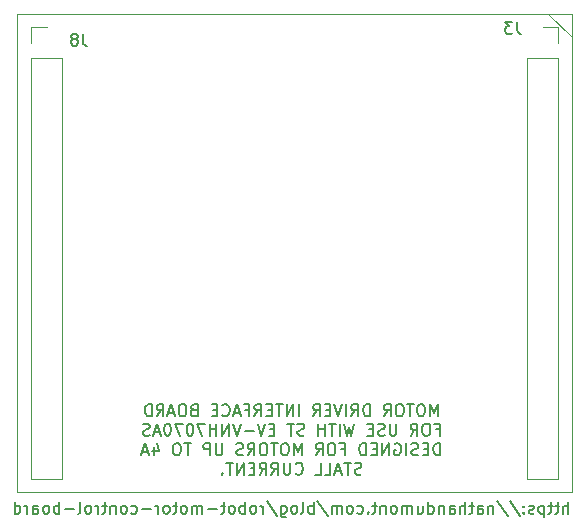
<source format=gbo>
G04 #@! TF.GenerationSoftware,KiCad,Pcbnew,5.1.6-c6e7f7d~87~ubuntu20.04.1*
G04 #@! TF.CreationDate,2020-09-30T23:59:15+01:00*
G04 #@! TF.ProjectId,motor_board,6d6f746f-725f-4626-9f61-72642e6b6963,1.0*
G04 #@! TF.SameCoordinates,PX55d4a80PY5f5e100*
G04 #@! TF.FileFunction,Legend,Bot*
G04 #@! TF.FilePolarity,Positive*
%FSLAX46Y46*%
G04 Gerber Fmt 4.6, Leading zero omitted, Abs format (unit mm)*
G04 Created by KiCad (PCBNEW 5.1.6-c6e7f7d~87~ubuntu20.04.1) date 2020-09-30 23:59:15*
%MOMM*%
%LPD*%
G01*
G04 APERTURE LIST*
%ADD10C,0.150000*%
%ADD11C,0.120000*%
%ADD12O,1.800000X1.800000*%
%ADD13R,1.800000X1.800000*%
%ADD14C,2.100000*%
%ADD15O,2.180000X3.700000*%
%ADD16O,2.290000X1.840000*%
%ADD17C,3.300000*%
G04 APERTURE END LIST*
D10*
X45130952Y15422620D02*
X45130952Y16422620D01*
X44797619Y15708334D01*
X44464285Y16422620D01*
X44464285Y15422620D01*
X43797619Y16422620D02*
X43607142Y16422620D01*
X43511904Y16375000D01*
X43416666Y16279762D01*
X43369047Y16089286D01*
X43369047Y15755953D01*
X43416666Y15565477D01*
X43511904Y15470239D01*
X43607142Y15422620D01*
X43797619Y15422620D01*
X43892857Y15470239D01*
X43988095Y15565477D01*
X44035714Y15755953D01*
X44035714Y16089286D01*
X43988095Y16279762D01*
X43892857Y16375000D01*
X43797619Y16422620D01*
X43083333Y16422620D02*
X42511904Y16422620D01*
X42797619Y15422620D02*
X42797619Y16422620D01*
X41988095Y16422620D02*
X41797619Y16422620D01*
X41702380Y16375000D01*
X41607142Y16279762D01*
X41559523Y16089286D01*
X41559523Y15755953D01*
X41607142Y15565477D01*
X41702380Y15470239D01*
X41797619Y15422620D01*
X41988095Y15422620D01*
X42083333Y15470239D01*
X42178571Y15565477D01*
X42226190Y15755953D01*
X42226190Y16089286D01*
X42178571Y16279762D01*
X42083333Y16375000D01*
X41988095Y16422620D01*
X40559523Y15422620D02*
X40892857Y15898810D01*
X41130952Y15422620D02*
X41130952Y16422620D01*
X40750000Y16422620D01*
X40654761Y16375000D01*
X40607142Y16327381D01*
X40559523Y16232143D01*
X40559523Y16089286D01*
X40607142Y15994048D01*
X40654761Y15946429D01*
X40750000Y15898810D01*
X41130952Y15898810D01*
X39369047Y15422620D02*
X39369047Y16422620D01*
X39130952Y16422620D01*
X38988095Y16375000D01*
X38892857Y16279762D01*
X38845238Y16184524D01*
X38797619Y15994048D01*
X38797619Y15851191D01*
X38845238Y15660715D01*
X38892857Y15565477D01*
X38988095Y15470239D01*
X39130952Y15422620D01*
X39369047Y15422620D01*
X37797619Y15422620D02*
X38130952Y15898810D01*
X38369047Y15422620D02*
X38369047Y16422620D01*
X37988095Y16422620D01*
X37892857Y16375000D01*
X37845238Y16327381D01*
X37797619Y16232143D01*
X37797619Y16089286D01*
X37845238Y15994048D01*
X37892857Y15946429D01*
X37988095Y15898810D01*
X38369047Y15898810D01*
X37369047Y15422620D02*
X37369047Y16422620D01*
X37035714Y16422620D02*
X36702380Y15422620D01*
X36369047Y16422620D01*
X36035714Y15946429D02*
X35702380Y15946429D01*
X35559523Y15422620D02*
X36035714Y15422620D01*
X36035714Y16422620D01*
X35559523Y16422620D01*
X34559523Y15422620D02*
X34892857Y15898810D01*
X35130952Y15422620D02*
X35130952Y16422620D01*
X34750000Y16422620D01*
X34654761Y16375000D01*
X34607142Y16327381D01*
X34559523Y16232143D01*
X34559523Y16089286D01*
X34607142Y15994048D01*
X34654761Y15946429D01*
X34750000Y15898810D01*
X35130952Y15898810D01*
X33369047Y15422620D02*
X33369047Y16422620D01*
X32892857Y15422620D02*
X32892857Y16422620D01*
X32321428Y15422620D01*
X32321428Y16422620D01*
X31988095Y16422620D02*
X31416666Y16422620D01*
X31702380Y15422620D02*
X31702380Y16422620D01*
X31083333Y15946429D02*
X30750000Y15946429D01*
X30607142Y15422620D02*
X31083333Y15422620D01*
X31083333Y16422620D01*
X30607142Y16422620D01*
X29607142Y15422620D02*
X29940476Y15898810D01*
X30178571Y15422620D02*
X30178571Y16422620D01*
X29797619Y16422620D01*
X29702380Y16375000D01*
X29654761Y16327381D01*
X29607142Y16232143D01*
X29607142Y16089286D01*
X29654761Y15994048D01*
X29702380Y15946429D01*
X29797619Y15898810D01*
X30178571Y15898810D01*
X28845238Y15946429D02*
X29178571Y15946429D01*
X29178571Y15422620D02*
X29178571Y16422620D01*
X28702380Y16422620D01*
X28369047Y15708334D02*
X27892857Y15708334D01*
X28464285Y15422620D02*
X28130952Y16422620D01*
X27797619Y15422620D01*
X26892857Y15517858D02*
X26940476Y15470239D01*
X27083333Y15422620D01*
X27178571Y15422620D01*
X27321428Y15470239D01*
X27416666Y15565477D01*
X27464285Y15660715D01*
X27511904Y15851191D01*
X27511904Y15994048D01*
X27464285Y16184524D01*
X27416666Y16279762D01*
X27321428Y16375000D01*
X27178571Y16422620D01*
X27083333Y16422620D01*
X26940476Y16375000D01*
X26892857Y16327381D01*
X26464285Y15946429D02*
X26130952Y15946429D01*
X25988095Y15422620D02*
X26464285Y15422620D01*
X26464285Y16422620D01*
X25988095Y16422620D01*
X24464285Y15946429D02*
X24321428Y15898810D01*
X24273809Y15851191D01*
X24226190Y15755953D01*
X24226190Y15613096D01*
X24273809Y15517858D01*
X24321428Y15470239D01*
X24416666Y15422620D01*
X24797619Y15422620D01*
X24797619Y16422620D01*
X24464285Y16422620D01*
X24369047Y16375000D01*
X24321428Y16327381D01*
X24273809Y16232143D01*
X24273809Y16136905D01*
X24321428Y16041667D01*
X24369047Y15994048D01*
X24464285Y15946429D01*
X24797619Y15946429D01*
X23607142Y16422620D02*
X23416666Y16422620D01*
X23321428Y16375000D01*
X23226190Y16279762D01*
X23178571Y16089286D01*
X23178571Y15755953D01*
X23226190Y15565477D01*
X23321428Y15470239D01*
X23416666Y15422620D01*
X23607142Y15422620D01*
X23702380Y15470239D01*
X23797619Y15565477D01*
X23845238Y15755953D01*
X23845238Y16089286D01*
X23797619Y16279762D01*
X23702380Y16375000D01*
X23607142Y16422620D01*
X22797619Y15708334D02*
X22321428Y15708334D01*
X22892857Y15422620D02*
X22559523Y16422620D01*
X22226190Y15422620D01*
X21321428Y15422620D02*
X21654761Y15898810D01*
X21892857Y15422620D02*
X21892857Y16422620D01*
X21511904Y16422620D01*
X21416666Y16375000D01*
X21369047Y16327381D01*
X21321428Y16232143D01*
X21321428Y16089286D01*
X21369047Y15994048D01*
X21416666Y15946429D01*
X21511904Y15898810D01*
X21892857Y15898810D01*
X20892857Y15422620D02*
X20892857Y16422620D01*
X20654761Y16422620D01*
X20511904Y16375000D01*
X20416666Y16279762D01*
X20369047Y16184524D01*
X20321428Y15994048D01*
X20321428Y15851191D01*
X20369047Y15660715D01*
X20416666Y15565477D01*
X20511904Y15470239D01*
X20654761Y15422620D01*
X20892857Y15422620D01*
X44964285Y14296429D02*
X45297619Y14296429D01*
X45297619Y13772620D02*
X45297619Y14772620D01*
X44821428Y14772620D01*
X44250000Y14772620D02*
X44059523Y14772620D01*
X43964285Y14725000D01*
X43869047Y14629762D01*
X43821428Y14439286D01*
X43821428Y14105953D01*
X43869047Y13915477D01*
X43964285Y13820239D01*
X44059523Y13772620D01*
X44250000Y13772620D01*
X44345238Y13820239D01*
X44440476Y13915477D01*
X44488095Y14105953D01*
X44488095Y14439286D01*
X44440476Y14629762D01*
X44345238Y14725000D01*
X44250000Y14772620D01*
X42821428Y13772620D02*
X43154761Y14248810D01*
X43392857Y13772620D02*
X43392857Y14772620D01*
X43011904Y14772620D01*
X42916666Y14725000D01*
X42869047Y14677381D01*
X42821428Y14582143D01*
X42821428Y14439286D01*
X42869047Y14344048D01*
X42916666Y14296429D01*
X43011904Y14248810D01*
X43392857Y14248810D01*
X41630952Y14772620D02*
X41630952Y13963096D01*
X41583333Y13867858D01*
X41535714Y13820239D01*
X41440476Y13772620D01*
X41250000Y13772620D01*
X41154761Y13820239D01*
X41107142Y13867858D01*
X41059523Y13963096D01*
X41059523Y14772620D01*
X40630952Y13820239D02*
X40488095Y13772620D01*
X40250000Y13772620D01*
X40154761Y13820239D01*
X40107142Y13867858D01*
X40059523Y13963096D01*
X40059523Y14058334D01*
X40107142Y14153572D01*
X40154761Y14201191D01*
X40250000Y14248810D01*
X40440476Y14296429D01*
X40535714Y14344048D01*
X40583333Y14391667D01*
X40630952Y14486905D01*
X40630952Y14582143D01*
X40583333Y14677381D01*
X40535714Y14725000D01*
X40440476Y14772620D01*
X40202380Y14772620D01*
X40059523Y14725000D01*
X39630952Y14296429D02*
X39297619Y14296429D01*
X39154761Y13772620D02*
X39630952Y13772620D01*
X39630952Y14772620D01*
X39154761Y14772620D01*
X38059523Y14772620D02*
X37821428Y13772620D01*
X37630952Y14486905D01*
X37440476Y13772620D01*
X37202380Y14772620D01*
X36821428Y13772620D02*
X36821428Y14772620D01*
X36488095Y14772620D02*
X35916666Y14772620D01*
X36202380Y13772620D02*
X36202380Y14772620D01*
X35583333Y13772620D02*
X35583333Y14772620D01*
X35583333Y14296429D02*
X35011904Y14296429D01*
X35011904Y13772620D02*
X35011904Y14772620D01*
X33821428Y13820239D02*
X33678571Y13772620D01*
X33440476Y13772620D01*
X33345238Y13820239D01*
X33297619Y13867858D01*
X33250000Y13963096D01*
X33250000Y14058334D01*
X33297619Y14153572D01*
X33345238Y14201191D01*
X33440476Y14248810D01*
X33630952Y14296429D01*
X33726190Y14344048D01*
X33773809Y14391667D01*
X33821428Y14486905D01*
X33821428Y14582143D01*
X33773809Y14677381D01*
X33726190Y14725000D01*
X33630952Y14772620D01*
X33392857Y14772620D01*
X33250000Y14725000D01*
X32964285Y14772620D02*
X32392857Y14772620D01*
X32678571Y13772620D02*
X32678571Y14772620D01*
X31297619Y14296429D02*
X30964285Y14296429D01*
X30821428Y13772620D02*
X31297619Y13772620D01*
X31297619Y14772620D01*
X30821428Y14772620D01*
X30535714Y14772620D02*
X30202380Y13772620D01*
X29869047Y14772620D01*
X29535714Y14153572D02*
X28773809Y14153572D01*
X28440476Y14772620D02*
X28107142Y13772620D01*
X27773809Y14772620D01*
X27440476Y13772620D02*
X27440476Y14772620D01*
X26869047Y13772620D01*
X26869047Y14772620D01*
X26392857Y13772620D02*
X26392857Y14772620D01*
X26392857Y14296429D02*
X25821428Y14296429D01*
X25821428Y13772620D02*
X25821428Y14772620D01*
X25440476Y14772620D02*
X24773809Y14772620D01*
X25202380Y13772620D01*
X24202380Y14772620D02*
X24107142Y14772620D01*
X24011904Y14725000D01*
X23964285Y14677381D01*
X23916666Y14582143D01*
X23869047Y14391667D01*
X23869047Y14153572D01*
X23916666Y13963096D01*
X23964285Y13867858D01*
X24011904Y13820239D01*
X24107142Y13772620D01*
X24202380Y13772620D01*
X24297619Y13820239D01*
X24345238Y13867858D01*
X24392857Y13963096D01*
X24440476Y14153572D01*
X24440476Y14391667D01*
X24392857Y14582143D01*
X24345238Y14677381D01*
X24297619Y14725000D01*
X24202380Y14772620D01*
X23535714Y14772620D02*
X22869047Y14772620D01*
X23297619Y13772620D01*
X22297619Y14772620D02*
X22202380Y14772620D01*
X22107142Y14725000D01*
X22059523Y14677381D01*
X22011904Y14582143D01*
X21964285Y14391667D01*
X21964285Y14153572D01*
X22011904Y13963096D01*
X22059523Y13867858D01*
X22107142Y13820239D01*
X22202380Y13772620D01*
X22297619Y13772620D01*
X22392857Y13820239D01*
X22440476Y13867858D01*
X22488095Y13963096D01*
X22535714Y14153572D01*
X22535714Y14391667D01*
X22488095Y14582143D01*
X22440476Y14677381D01*
X22392857Y14725000D01*
X22297619Y14772620D01*
X21583333Y14058334D02*
X21107142Y14058334D01*
X21678571Y13772620D02*
X21345238Y14772620D01*
X21011904Y13772620D01*
X20726190Y13820239D02*
X20583333Y13772620D01*
X20345238Y13772620D01*
X20250000Y13820239D01*
X20202380Y13867858D01*
X20154761Y13963096D01*
X20154761Y14058334D01*
X20202380Y14153572D01*
X20250000Y14201191D01*
X20345238Y14248810D01*
X20535714Y14296429D01*
X20630952Y14344048D01*
X20678571Y14391667D01*
X20726190Y14486905D01*
X20726190Y14582143D01*
X20678571Y14677381D01*
X20630952Y14725000D01*
X20535714Y14772620D01*
X20297619Y14772620D01*
X20154761Y14725000D01*
X45321428Y12122620D02*
X45321428Y13122620D01*
X45083333Y13122620D01*
X44940476Y13075000D01*
X44845238Y12979762D01*
X44797619Y12884524D01*
X44750000Y12694048D01*
X44750000Y12551191D01*
X44797619Y12360715D01*
X44845238Y12265477D01*
X44940476Y12170239D01*
X45083333Y12122620D01*
X45321428Y12122620D01*
X44321428Y12646429D02*
X43988095Y12646429D01*
X43845238Y12122620D02*
X44321428Y12122620D01*
X44321428Y13122620D01*
X43845238Y13122620D01*
X43464285Y12170239D02*
X43321428Y12122620D01*
X43083333Y12122620D01*
X42988095Y12170239D01*
X42940476Y12217858D01*
X42892857Y12313096D01*
X42892857Y12408334D01*
X42940476Y12503572D01*
X42988095Y12551191D01*
X43083333Y12598810D01*
X43273809Y12646429D01*
X43369047Y12694048D01*
X43416666Y12741667D01*
X43464285Y12836905D01*
X43464285Y12932143D01*
X43416666Y13027381D01*
X43369047Y13075000D01*
X43273809Y13122620D01*
X43035714Y13122620D01*
X42892857Y13075000D01*
X42464285Y12122620D02*
X42464285Y13122620D01*
X41464285Y13075000D02*
X41559523Y13122620D01*
X41702380Y13122620D01*
X41845238Y13075000D01*
X41940476Y12979762D01*
X41988095Y12884524D01*
X42035714Y12694048D01*
X42035714Y12551191D01*
X41988095Y12360715D01*
X41940476Y12265477D01*
X41845238Y12170239D01*
X41702380Y12122620D01*
X41607142Y12122620D01*
X41464285Y12170239D01*
X41416666Y12217858D01*
X41416666Y12551191D01*
X41607142Y12551191D01*
X40988095Y12122620D02*
X40988095Y13122620D01*
X40416666Y12122620D01*
X40416666Y13122620D01*
X39940476Y12646429D02*
X39607142Y12646429D01*
X39464285Y12122620D02*
X39940476Y12122620D01*
X39940476Y13122620D01*
X39464285Y13122620D01*
X39035714Y12122620D02*
X39035714Y13122620D01*
X38797619Y13122620D01*
X38654761Y13075000D01*
X38559523Y12979762D01*
X38511904Y12884524D01*
X38464285Y12694048D01*
X38464285Y12551191D01*
X38511904Y12360715D01*
X38559523Y12265477D01*
X38654761Y12170239D01*
X38797619Y12122620D01*
X39035714Y12122620D01*
X36940476Y12646429D02*
X37273809Y12646429D01*
X37273809Y12122620D02*
X37273809Y13122620D01*
X36797619Y13122620D01*
X36226190Y13122620D02*
X36035714Y13122620D01*
X35940476Y13075000D01*
X35845238Y12979762D01*
X35797619Y12789286D01*
X35797619Y12455953D01*
X35845238Y12265477D01*
X35940476Y12170239D01*
X36035714Y12122620D01*
X36226190Y12122620D01*
X36321428Y12170239D01*
X36416666Y12265477D01*
X36464285Y12455953D01*
X36464285Y12789286D01*
X36416666Y12979762D01*
X36321428Y13075000D01*
X36226190Y13122620D01*
X34797619Y12122620D02*
X35130952Y12598810D01*
X35369047Y12122620D02*
X35369047Y13122620D01*
X34988095Y13122620D01*
X34892857Y13075000D01*
X34845238Y13027381D01*
X34797619Y12932143D01*
X34797619Y12789286D01*
X34845238Y12694048D01*
X34892857Y12646429D01*
X34988095Y12598810D01*
X35369047Y12598810D01*
X33607142Y12122620D02*
X33607142Y13122620D01*
X33273809Y12408334D01*
X32940476Y13122620D01*
X32940476Y12122620D01*
X32273809Y13122620D02*
X32083333Y13122620D01*
X31988095Y13075000D01*
X31892857Y12979762D01*
X31845238Y12789286D01*
X31845238Y12455953D01*
X31892857Y12265477D01*
X31988095Y12170239D01*
X32083333Y12122620D01*
X32273809Y12122620D01*
X32369047Y12170239D01*
X32464285Y12265477D01*
X32511904Y12455953D01*
X32511904Y12789286D01*
X32464285Y12979762D01*
X32369047Y13075000D01*
X32273809Y13122620D01*
X31559523Y13122620D02*
X30988095Y13122620D01*
X31273809Y12122620D02*
X31273809Y13122620D01*
X30464285Y13122620D02*
X30273809Y13122620D01*
X30178571Y13075000D01*
X30083333Y12979762D01*
X30035714Y12789286D01*
X30035714Y12455953D01*
X30083333Y12265477D01*
X30178571Y12170239D01*
X30273809Y12122620D01*
X30464285Y12122620D01*
X30559523Y12170239D01*
X30654761Y12265477D01*
X30702380Y12455953D01*
X30702380Y12789286D01*
X30654761Y12979762D01*
X30559523Y13075000D01*
X30464285Y13122620D01*
X29035714Y12122620D02*
X29369047Y12598810D01*
X29607142Y12122620D02*
X29607142Y13122620D01*
X29226190Y13122620D01*
X29130952Y13075000D01*
X29083333Y13027381D01*
X29035714Y12932143D01*
X29035714Y12789286D01*
X29083333Y12694048D01*
X29130952Y12646429D01*
X29226190Y12598810D01*
X29607142Y12598810D01*
X28654761Y12170239D02*
X28511904Y12122620D01*
X28273809Y12122620D01*
X28178571Y12170239D01*
X28130952Y12217858D01*
X28083333Y12313096D01*
X28083333Y12408334D01*
X28130952Y12503572D01*
X28178571Y12551191D01*
X28273809Y12598810D01*
X28464285Y12646429D01*
X28559523Y12694048D01*
X28607142Y12741667D01*
X28654761Y12836905D01*
X28654761Y12932143D01*
X28607142Y13027381D01*
X28559523Y13075000D01*
X28464285Y13122620D01*
X28226190Y13122620D01*
X28083333Y13075000D01*
X26892857Y13122620D02*
X26892857Y12313096D01*
X26845238Y12217858D01*
X26797619Y12170239D01*
X26702380Y12122620D01*
X26511904Y12122620D01*
X26416666Y12170239D01*
X26369047Y12217858D01*
X26321428Y12313096D01*
X26321428Y13122620D01*
X25845238Y12122620D02*
X25845238Y13122620D01*
X25464285Y13122620D01*
X25369047Y13075000D01*
X25321428Y13027381D01*
X25273809Y12932143D01*
X25273809Y12789286D01*
X25321428Y12694048D01*
X25369047Y12646429D01*
X25464285Y12598810D01*
X25845238Y12598810D01*
X24226190Y13122620D02*
X23654761Y13122620D01*
X23940476Y12122620D02*
X23940476Y13122620D01*
X23130952Y13122620D02*
X22940476Y13122620D01*
X22845238Y13075000D01*
X22750000Y12979762D01*
X22702380Y12789286D01*
X22702380Y12455953D01*
X22750000Y12265477D01*
X22845238Y12170239D01*
X22940476Y12122620D01*
X23130952Y12122620D01*
X23226190Y12170239D01*
X23321428Y12265477D01*
X23369047Y12455953D01*
X23369047Y12789286D01*
X23321428Y12979762D01*
X23226190Y13075000D01*
X23130952Y13122620D01*
X21083333Y12789286D02*
X21083333Y12122620D01*
X21321428Y13170239D02*
X21559523Y12455953D01*
X20940476Y12455953D01*
X20607142Y12408334D02*
X20130952Y12408334D01*
X20702380Y12122620D02*
X20369047Y13122620D01*
X20035714Y12122620D01*
X38654761Y10520239D02*
X38511904Y10472620D01*
X38273809Y10472620D01*
X38178571Y10520239D01*
X38130952Y10567858D01*
X38083333Y10663096D01*
X38083333Y10758334D01*
X38130952Y10853572D01*
X38178571Y10901191D01*
X38273809Y10948810D01*
X38464285Y10996429D01*
X38559523Y11044048D01*
X38607142Y11091667D01*
X38654761Y11186905D01*
X38654761Y11282143D01*
X38607142Y11377381D01*
X38559523Y11425000D01*
X38464285Y11472620D01*
X38226190Y11472620D01*
X38083333Y11425000D01*
X37797619Y11472620D02*
X37226190Y11472620D01*
X37511904Y10472620D02*
X37511904Y11472620D01*
X36940476Y10758334D02*
X36464285Y10758334D01*
X37035714Y10472620D02*
X36702380Y11472620D01*
X36369047Y10472620D01*
X35559523Y10472620D02*
X36035714Y10472620D01*
X36035714Y11472620D01*
X34750000Y10472620D02*
X35226190Y10472620D01*
X35226190Y11472620D01*
X33083333Y10567858D02*
X33130952Y10520239D01*
X33273809Y10472620D01*
X33369047Y10472620D01*
X33511904Y10520239D01*
X33607142Y10615477D01*
X33654761Y10710715D01*
X33702380Y10901191D01*
X33702380Y11044048D01*
X33654761Y11234524D01*
X33607142Y11329762D01*
X33511904Y11425000D01*
X33369047Y11472620D01*
X33273809Y11472620D01*
X33130952Y11425000D01*
X33083333Y11377381D01*
X32654761Y11472620D02*
X32654761Y10663096D01*
X32607142Y10567858D01*
X32559523Y10520239D01*
X32464285Y10472620D01*
X32273809Y10472620D01*
X32178571Y10520239D01*
X32130952Y10567858D01*
X32083333Y10663096D01*
X32083333Y11472620D01*
X31035714Y10472620D02*
X31369047Y10948810D01*
X31607142Y10472620D02*
X31607142Y11472620D01*
X31226190Y11472620D01*
X31130952Y11425000D01*
X31083333Y11377381D01*
X31035714Y11282143D01*
X31035714Y11139286D01*
X31083333Y11044048D01*
X31130952Y10996429D01*
X31226190Y10948810D01*
X31607142Y10948810D01*
X30035714Y10472620D02*
X30369047Y10948810D01*
X30607142Y10472620D02*
X30607142Y11472620D01*
X30226190Y11472620D01*
X30130952Y11425000D01*
X30083333Y11377381D01*
X30035714Y11282143D01*
X30035714Y11139286D01*
X30083333Y11044048D01*
X30130952Y10996429D01*
X30226190Y10948810D01*
X30607142Y10948810D01*
X29607142Y10996429D02*
X29273809Y10996429D01*
X29130952Y10472620D02*
X29607142Y10472620D01*
X29607142Y11472620D01*
X29130952Y11472620D01*
X28702380Y10472620D02*
X28702380Y11472620D01*
X28130952Y10472620D01*
X28130952Y11472620D01*
X27797619Y11472620D02*
X27226190Y11472620D01*
X27511904Y10472620D02*
X27511904Y11472620D01*
X26892857Y10567858D02*
X26845238Y10520239D01*
X26892857Y10472620D01*
X26940476Y10520239D01*
X26892857Y10567858D01*
X26892857Y10472620D01*
X56178571Y7172620D02*
X56178571Y8172620D01*
X55750000Y7172620D02*
X55750000Y7696429D01*
X55797619Y7791667D01*
X55892857Y7839286D01*
X56035714Y7839286D01*
X56130952Y7791667D01*
X56178571Y7744048D01*
X55416666Y7839286D02*
X55035714Y7839286D01*
X55273809Y8172620D02*
X55273809Y7315477D01*
X55226190Y7220239D01*
X55130952Y7172620D01*
X55035714Y7172620D01*
X54845238Y7839286D02*
X54464285Y7839286D01*
X54702380Y8172620D02*
X54702380Y7315477D01*
X54654761Y7220239D01*
X54559523Y7172620D01*
X54464285Y7172620D01*
X54130952Y7839286D02*
X54130952Y6839286D01*
X54130952Y7791667D02*
X54035714Y7839286D01*
X53845238Y7839286D01*
X53750000Y7791667D01*
X53702380Y7744048D01*
X53654761Y7648810D01*
X53654761Y7363096D01*
X53702380Y7267858D01*
X53750000Y7220239D01*
X53845238Y7172620D01*
X54035714Y7172620D01*
X54130952Y7220239D01*
X53273809Y7220239D02*
X53178571Y7172620D01*
X52988095Y7172620D01*
X52892857Y7220239D01*
X52845238Y7315477D01*
X52845238Y7363096D01*
X52892857Y7458334D01*
X52988095Y7505953D01*
X53130952Y7505953D01*
X53226190Y7553572D01*
X53273809Y7648810D01*
X53273809Y7696429D01*
X53226190Y7791667D01*
X53130952Y7839286D01*
X52988095Y7839286D01*
X52892857Y7791667D01*
X52416666Y7267858D02*
X52369047Y7220239D01*
X52416666Y7172620D01*
X52464285Y7220239D01*
X52416666Y7267858D01*
X52416666Y7172620D01*
X52416666Y7791667D02*
X52369047Y7744048D01*
X52416666Y7696429D01*
X52464285Y7744048D01*
X52416666Y7791667D01*
X52416666Y7696429D01*
X51226190Y8220239D02*
X52083333Y6934524D01*
X50178571Y8220239D02*
X51035714Y6934524D01*
X49845238Y7839286D02*
X49845238Y7172620D01*
X49845238Y7744048D02*
X49797619Y7791667D01*
X49702380Y7839286D01*
X49559523Y7839286D01*
X49464285Y7791667D01*
X49416666Y7696429D01*
X49416666Y7172620D01*
X48511904Y7172620D02*
X48511904Y7696429D01*
X48559523Y7791667D01*
X48654761Y7839286D01*
X48845238Y7839286D01*
X48940476Y7791667D01*
X48511904Y7220239D02*
X48607142Y7172620D01*
X48845238Y7172620D01*
X48940476Y7220239D01*
X48988095Y7315477D01*
X48988095Y7410715D01*
X48940476Y7505953D01*
X48845238Y7553572D01*
X48607142Y7553572D01*
X48511904Y7601191D01*
X48178571Y7839286D02*
X47797619Y7839286D01*
X48035714Y8172620D02*
X48035714Y7315477D01*
X47988095Y7220239D01*
X47892857Y7172620D01*
X47797619Y7172620D01*
X47464285Y7172620D02*
X47464285Y8172620D01*
X47035714Y7172620D02*
X47035714Y7696429D01*
X47083333Y7791667D01*
X47178571Y7839286D01*
X47321428Y7839286D01*
X47416666Y7791667D01*
X47464285Y7744048D01*
X46130952Y7172620D02*
X46130952Y7696429D01*
X46178571Y7791667D01*
X46273809Y7839286D01*
X46464285Y7839286D01*
X46559523Y7791667D01*
X46130952Y7220239D02*
X46226190Y7172620D01*
X46464285Y7172620D01*
X46559523Y7220239D01*
X46607142Y7315477D01*
X46607142Y7410715D01*
X46559523Y7505953D01*
X46464285Y7553572D01*
X46226190Y7553572D01*
X46130952Y7601191D01*
X45654761Y7839286D02*
X45654761Y7172620D01*
X45654761Y7744048D02*
X45607142Y7791667D01*
X45511904Y7839286D01*
X45369047Y7839286D01*
X45273809Y7791667D01*
X45226190Y7696429D01*
X45226190Y7172620D01*
X44321428Y7172620D02*
X44321428Y8172620D01*
X44321428Y7220239D02*
X44416666Y7172620D01*
X44607142Y7172620D01*
X44702380Y7220239D01*
X44750000Y7267858D01*
X44797619Y7363096D01*
X44797619Y7648810D01*
X44750000Y7744048D01*
X44702380Y7791667D01*
X44607142Y7839286D01*
X44416666Y7839286D01*
X44321428Y7791667D01*
X43416666Y7839286D02*
X43416666Y7172620D01*
X43845238Y7839286D02*
X43845238Y7315477D01*
X43797619Y7220239D01*
X43702380Y7172620D01*
X43559523Y7172620D01*
X43464285Y7220239D01*
X43416666Y7267858D01*
X42940476Y7172620D02*
X42940476Y7839286D01*
X42940476Y7744048D02*
X42892857Y7791667D01*
X42797619Y7839286D01*
X42654761Y7839286D01*
X42559523Y7791667D01*
X42511904Y7696429D01*
X42511904Y7172620D01*
X42511904Y7696429D02*
X42464285Y7791667D01*
X42369047Y7839286D01*
X42226190Y7839286D01*
X42130952Y7791667D01*
X42083333Y7696429D01*
X42083333Y7172620D01*
X41464285Y7172620D02*
X41559523Y7220239D01*
X41607142Y7267858D01*
X41654761Y7363096D01*
X41654761Y7648810D01*
X41607142Y7744048D01*
X41559523Y7791667D01*
X41464285Y7839286D01*
X41321428Y7839286D01*
X41226190Y7791667D01*
X41178571Y7744048D01*
X41130952Y7648810D01*
X41130952Y7363096D01*
X41178571Y7267858D01*
X41226190Y7220239D01*
X41321428Y7172620D01*
X41464285Y7172620D01*
X40702380Y7839286D02*
X40702380Y7172620D01*
X40702380Y7744048D02*
X40654761Y7791667D01*
X40559523Y7839286D01*
X40416666Y7839286D01*
X40321428Y7791667D01*
X40273809Y7696429D01*
X40273809Y7172620D01*
X39940476Y7839286D02*
X39559523Y7839286D01*
X39797619Y8172620D02*
X39797619Y7315477D01*
X39750000Y7220239D01*
X39654761Y7172620D01*
X39559523Y7172620D01*
X39226190Y7267858D02*
X39178571Y7220239D01*
X39226190Y7172620D01*
X39273809Y7220239D01*
X39226190Y7267858D01*
X39226190Y7172620D01*
X38321428Y7220239D02*
X38416666Y7172620D01*
X38607142Y7172620D01*
X38702380Y7220239D01*
X38750000Y7267858D01*
X38797619Y7363096D01*
X38797619Y7648810D01*
X38750000Y7744048D01*
X38702380Y7791667D01*
X38607142Y7839286D01*
X38416666Y7839286D01*
X38321428Y7791667D01*
X37750000Y7172620D02*
X37845238Y7220239D01*
X37892857Y7267858D01*
X37940476Y7363096D01*
X37940476Y7648810D01*
X37892857Y7744048D01*
X37845238Y7791667D01*
X37750000Y7839286D01*
X37607142Y7839286D01*
X37511904Y7791667D01*
X37464285Y7744048D01*
X37416666Y7648810D01*
X37416666Y7363096D01*
X37464285Y7267858D01*
X37511904Y7220239D01*
X37607142Y7172620D01*
X37750000Y7172620D01*
X36988095Y7172620D02*
X36988095Y7839286D01*
X36988095Y7744048D02*
X36940476Y7791667D01*
X36845238Y7839286D01*
X36702380Y7839286D01*
X36607142Y7791667D01*
X36559523Y7696429D01*
X36559523Y7172620D01*
X36559523Y7696429D02*
X36511904Y7791667D01*
X36416666Y7839286D01*
X36273809Y7839286D01*
X36178571Y7791667D01*
X36130952Y7696429D01*
X36130952Y7172620D01*
X34940476Y8220239D02*
X35797619Y6934524D01*
X34607142Y7172620D02*
X34607142Y8172620D01*
X34607142Y7791667D02*
X34511904Y7839286D01*
X34321428Y7839286D01*
X34226190Y7791667D01*
X34178571Y7744048D01*
X34130952Y7648810D01*
X34130952Y7363096D01*
X34178571Y7267858D01*
X34226190Y7220239D01*
X34321428Y7172620D01*
X34511904Y7172620D01*
X34607142Y7220239D01*
X33559523Y7172620D02*
X33654761Y7220239D01*
X33702380Y7315477D01*
X33702380Y8172620D01*
X33035714Y7172620D02*
X33130952Y7220239D01*
X33178571Y7267858D01*
X33226190Y7363096D01*
X33226190Y7648810D01*
X33178571Y7744048D01*
X33130952Y7791667D01*
X33035714Y7839286D01*
X32892857Y7839286D01*
X32797619Y7791667D01*
X32750000Y7744048D01*
X32702380Y7648810D01*
X32702380Y7363096D01*
X32750000Y7267858D01*
X32797619Y7220239D01*
X32892857Y7172620D01*
X33035714Y7172620D01*
X31845238Y7839286D02*
X31845238Y7029762D01*
X31892857Y6934524D01*
X31940476Y6886905D01*
X32035714Y6839286D01*
X32178571Y6839286D01*
X32273809Y6886905D01*
X31845238Y7220239D02*
X31940476Y7172620D01*
X32130952Y7172620D01*
X32226190Y7220239D01*
X32273809Y7267858D01*
X32321428Y7363096D01*
X32321428Y7648810D01*
X32273809Y7744048D01*
X32226190Y7791667D01*
X32130952Y7839286D01*
X31940476Y7839286D01*
X31845238Y7791667D01*
X30654761Y8220239D02*
X31511904Y6934524D01*
X30321428Y7172620D02*
X30321428Y7839286D01*
X30321428Y7648810D02*
X30273809Y7744048D01*
X30226190Y7791667D01*
X30130952Y7839286D01*
X30035714Y7839286D01*
X29559523Y7172620D02*
X29654761Y7220239D01*
X29702380Y7267858D01*
X29750000Y7363096D01*
X29750000Y7648810D01*
X29702380Y7744048D01*
X29654761Y7791667D01*
X29559523Y7839286D01*
X29416666Y7839286D01*
X29321428Y7791667D01*
X29273809Y7744048D01*
X29226190Y7648810D01*
X29226190Y7363096D01*
X29273809Y7267858D01*
X29321428Y7220239D01*
X29416666Y7172620D01*
X29559523Y7172620D01*
X28797619Y7172620D02*
X28797619Y8172620D01*
X28797619Y7791667D02*
X28702380Y7839286D01*
X28511904Y7839286D01*
X28416666Y7791667D01*
X28369047Y7744048D01*
X28321428Y7648810D01*
X28321428Y7363096D01*
X28369047Y7267858D01*
X28416666Y7220239D01*
X28511904Y7172620D01*
X28702380Y7172620D01*
X28797619Y7220239D01*
X27750000Y7172620D02*
X27845238Y7220239D01*
X27892857Y7267858D01*
X27940476Y7363096D01*
X27940476Y7648810D01*
X27892857Y7744048D01*
X27845238Y7791667D01*
X27750000Y7839286D01*
X27607142Y7839286D01*
X27511904Y7791667D01*
X27464285Y7744048D01*
X27416666Y7648810D01*
X27416666Y7363096D01*
X27464285Y7267858D01*
X27511904Y7220239D01*
X27607142Y7172620D01*
X27750000Y7172620D01*
X27130952Y7839286D02*
X26750000Y7839286D01*
X26988095Y8172620D02*
X26988095Y7315477D01*
X26940476Y7220239D01*
X26845238Y7172620D01*
X26750000Y7172620D01*
X26416666Y7553572D02*
X25654761Y7553572D01*
X25178571Y7172620D02*
X25178571Y7839286D01*
X25178571Y7744048D02*
X25130952Y7791667D01*
X25035714Y7839286D01*
X24892857Y7839286D01*
X24797619Y7791667D01*
X24750000Y7696429D01*
X24750000Y7172620D01*
X24750000Y7696429D02*
X24702380Y7791667D01*
X24607142Y7839286D01*
X24464285Y7839286D01*
X24369047Y7791667D01*
X24321428Y7696429D01*
X24321428Y7172620D01*
X23702380Y7172620D02*
X23797619Y7220239D01*
X23845238Y7267858D01*
X23892857Y7363096D01*
X23892857Y7648810D01*
X23845238Y7744048D01*
X23797619Y7791667D01*
X23702380Y7839286D01*
X23559523Y7839286D01*
X23464285Y7791667D01*
X23416666Y7744048D01*
X23369047Y7648810D01*
X23369047Y7363096D01*
X23416666Y7267858D01*
X23464285Y7220239D01*
X23559523Y7172620D01*
X23702380Y7172620D01*
X23083333Y7839286D02*
X22702380Y7839286D01*
X22940476Y8172620D02*
X22940476Y7315477D01*
X22892857Y7220239D01*
X22797619Y7172620D01*
X22702380Y7172620D01*
X22226190Y7172620D02*
X22321428Y7220239D01*
X22369047Y7267858D01*
X22416666Y7363096D01*
X22416666Y7648810D01*
X22369047Y7744048D01*
X22321428Y7791667D01*
X22226190Y7839286D01*
X22083333Y7839286D01*
X21988095Y7791667D01*
X21940476Y7744048D01*
X21892857Y7648810D01*
X21892857Y7363096D01*
X21940476Y7267858D01*
X21988095Y7220239D01*
X22083333Y7172620D01*
X22226190Y7172620D01*
X21464285Y7172620D02*
X21464285Y7839286D01*
X21464285Y7648810D02*
X21416666Y7744048D01*
X21369047Y7791667D01*
X21273809Y7839286D01*
X21178571Y7839286D01*
X20845238Y7553572D02*
X20083333Y7553572D01*
X19178571Y7220239D02*
X19273809Y7172620D01*
X19464285Y7172620D01*
X19559523Y7220239D01*
X19607142Y7267858D01*
X19654761Y7363096D01*
X19654761Y7648810D01*
X19607142Y7744048D01*
X19559523Y7791667D01*
X19464285Y7839286D01*
X19273809Y7839286D01*
X19178571Y7791667D01*
X18607142Y7172620D02*
X18702380Y7220239D01*
X18750000Y7267858D01*
X18797619Y7363096D01*
X18797619Y7648810D01*
X18750000Y7744048D01*
X18702380Y7791667D01*
X18607142Y7839286D01*
X18464285Y7839286D01*
X18369047Y7791667D01*
X18321428Y7744048D01*
X18273809Y7648810D01*
X18273809Y7363096D01*
X18321428Y7267858D01*
X18369047Y7220239D01*
X18464285Y7172620D01*
X18607142Y7172620D01*
X17845238Y7839286D02*
X17845238Y7172620D01*
X17845238Y7744048D02*
X17797619Y7791667D01*
X17702380Y7839286D01*
X17559523Y7839286D01*
X17464285Y7791667D01*
X17416666Y7696429D01*
X17416666Y7172620D01*
X17083333Y7839286D02*
X16702380Y7839286D01*
X16940476Y8172620D02*
X16940476Y7315477D01*
X16892857Y7220239D01*
X16797619Y7172620D01*
X16702380Y7172620D01*
X16369047Y7172620D02*
X16369047Y7839286D01*
X16369047Y7648810D02*
X16321428Y7744048D01*
X16273809Y7791667D01*
X16178571Y7839286D01*
X16083333Y7839286D01*
X15607142Y7172620D02*
X15702380Y7220239D01*
X15750000Y7267858D01*
X15797619Y7363096D01*
X15797619Y7648810D01*
X15750000Y7744048D01*
X15702380Y7791667D01*
X15607142Y7839286D01*
X15464285Y7839286D01*
X15369047Y7791667D01*
X15321428Y7744048D01*
X15273809Y7648810D01*
X15273809Y7363096D01*
X15321428Y7267858D01*
X15369047Y7220239D01*
X15464285Y7172620D01*
X15607142Y7172620D01*
X14702380Y7172620D02*
X14797619Y7220239D01*
X14845238Y7315477D01*
X14845238Y8172620D01*
X14321428Y7553572D02*
X13559523Y7553572D01*
X13083333Y7172620D02*
X13083333Y8172620D01*
X13083333Y7791667D02*
X12988095Y7839286D01*
X12797619Y7839286D01*
X12702380Y7791667D01*
X12654761Y7744048D01*
X12607142Y7648810D01*
X12607142Y7363096D01*
X12654761Y7267858D01*
X12702380Y7220239D01*
X12797619Y7172620D01*
X12988095Y7172620D01*
X13083333Y7220239D01*
X12035714Y7172620D02*
X12130952Y7220239D01*
X12178571Y7267858D01*
X12226190Y7363096D01*
X12226190Y7648810D01*
X12178571Y7744048D01*
X12130952Y7791667D01*
X12035714Y7839286D01*
X11892857Y7839286D01*
X11797619Y7791667D01*
X11750000Y7744048D01*
X11702380Y7648810D01*
X11702380Y7363096D01*
X11750000Y7267858D01*
X11797619Y7220239D01*
X11892857Y7172620D01*
X12035714Y7172620D01*
X10845238Y7172620D02*
X10845238Y7696429D01*
X10892857Y7791667D01*
X10988095Y7839286D01*
X11178571Y7839286D01*
X11273809Y7791667D01*
X10845238Y7220239D02*
X10940476Y7172620D01*
X11178571Y7172620D01*
X11273809Y7220239D01*
X11321428Y7315477D01*
X11321428Y7410715D01*
X11273809Y7505953D01*
X11178571Y7553572D01*
X10940476Y7553572D01*
X10845238Y7601191D01*
X10369047Y7172620D02*
X10369047Y7839286D01*
X10369047Y7648810D02*
X10321428Y7744048D01*
X10273809Y7791667D01*
X10178571Y7839286D01*
X10083333Y7839286D01*
X9321428Y7172620D02*
X9321428Y8172620D01*
X9321428Y7220239D02*
X9416666Y7172620D01*
X9607142Y7172620D01*
X9702380Y7220239D01*
X9750000Y7267858D01*
X9797619Y7363096D01*
X9797619Y7648810D01*
X9750000Y7744048D01*
X9702380Y7791667D01*
X9607142Y7839286D01*
X9416666Y7839286D01*
X9321428Y7791667D01*
D11*
X56500000Y47500000D02*
X54500000Y49500000D01*
X56500000Y9000000D02*
X56500000Y49500000D01*
X9500000Y9000000D02*
X56500000Y9000000D01*
X9500000Y49500000D02*
X9500000Y9000000D01*
X56500000Y49500000D02*
X9500000Y49500000D01*
X55330000Y48330000D02*
X54000000Y48330000D01*
X55330000Y47000000D02*
X55330000Y48330000D01*
X55330000Y45730000D02*
X52670000Y45730000D01*
X52670000Y45730000D02*
X52670000Y10110000D01*
X55330000Y45730000D02*
X55330000Y10110000D01*
X55330000Y10110000D02*
X52670000Y10110000D01*
X12000000Y48330000D02*
X10670000Y48330000D01*
X10670000Y48330000D02*
X10670000Y47000000D01*
X10670000Y45730000D02*
X10670000Y10110000D01*
X13330000Y10110000D02*
X10670000Y10110000D01*
X13330000Y45730000D02*
X13330000Y10110000D01*
X13330000Y45730000D02*
X10670000Y45730000D01*
D10*
X51833333Y48797620D02*
X51833333Y48083334D01*
X51880952Y47940477D01*
X51976190Y47845239D01*
X52119047Y47797620D01*
X52214285Y47797620D01*
X51452380Y48797620D02*
X50833333Y48797620D01*
X51166666Y48416667D01*
X51023809Y48416667D01*
X50928571Y48369048D01*
X50880952Y48321429D01*
X50833333Y48226191D01*
X50833333Y47988096D01*
X50880952Y47892858D01*
X50928571Y47845239D01*
X51023809Y47797620D01*
X51309523Y47797620D01*
X51404761Y47845239D01*
X51452380Y47892858D01*
X15083333Y47797620D02*
X15083333Y47083334D01*
X15130952Y46940477D01*
X15226190Y46845239D01*
X15369047Y46797620D01*
X15464285Y46797620D01*
X14464285Y47369048D02*
X14559523Y47416667D01*
X14607142Y47464286D01*
X14654761Y47559524D01*
X14654761Y47607143D01*
X14607142Y47702381D01*
X14559523Y47750000D01*
X14464285Y47797620D01*
X14273809Y47797620D01*
X14178571Y47750000D01*
X14130952Y47702381D01*
X14083333Y47607143D01*
X14083333Y47559524D01*
X14130952Y47464286D01*
X14178571Y47416667D01*
X14273809Y47369048D01*
X14464285Y47369048D01*
X14559523Y47321429D01*
X14607142Y47273810D01*
X14654761Y47178572D01*
X14654761Y46988096D01*
X14607142Y46892858D01*
X14559523Y46845239D01*
X14464285Y46797620D01*
X14273809Y46797620D01*
X14178571Y46845239D01*
X14130952Y46892858D01*
X14083333Y46988096D01*
X14083333Y47178572D01*
X14130952Y47273810D01*
X14178571Y47321429D01*
X14273809Y47369048D01*
%LPC*%
D12*
X54000000Y11440000D03*
X54000000Y13980000D03*
X54000000Y16520000D03*
X54000000Y19060000D03*
X54000000Y21600000D03*
X54000000Y24140000D03*
X54000000Y26680000D03*
X54000000Y29220000D03*
X54000000Y31760000D03*
X54000000Y34300000D03*
X54000000Y36840000D03*
X54000000Y39380000D03*
X54000000Y41920000D03*
X54000000Y44460000D03*
D13*
X54000000Y47000000D03*
D14*
X35000000Y37750000D03*
X35000000Y42250000D03*
X41500000Y37750000D03*
X41500000Y42250000D03*
D15*
X49080000Y3500000D03*
G36*
G01*
X42910000Y1912018D02*
X42910000Y5087982D01*
G75*
G02*
X43172018Y5350000I262018J0D01*
G01*
X44827982Y5350000D01*
G75*
G02*
X45090000Y5087982I0J-262018D01*
G01*
X45090000Y1912018D01*
G75*
G02*
X44827982Y1650000I-262018J0D01*
G01*
X43172018Y1650000D01*
G75*
G02*
X42910000Y1912018I0J262018D01*
G01*
G37*
D12*
X47650000Y46250000D03*
X45110000Y46250000D03*
X42570000Y46250000D03*
X40030000Y46250000D03*
X37490000Y46250000D03*
D13*
X34950000Y46250000D03*
D12*
X6920000Y13980000D03*
X4380000Y13980000D03*
D13*
X1840000Y13980000D03*
D12*
X6920000Y16520000D03*
X4380000Y16520000D03*
D13*
X1840000Y16520000D03*
D15*
X35740000Y3500000D03*
X30660000Y3500000D03*
X25580000Y3500000D03*
G36*
G01*
X19410000Y1912018D02*
X19410000Y5087982D01*
G75*
G02*
X19672018Y5350000I262018J0D01*
G01*
X21327982Y5350000D01*
G75*
G02*
X21590000Y5087982I0J-262018D01*
G01*
X21590000Y1912018D01*
G75*
G02*
X21327982Y1650000I-262018J0D01*
G01*
X19672018Y1650000D01*
G75*
G02*
X19410000Y1912018I0J262018D01*
G01*
G37*
D12*
X12000000Y11440000D03*
X12000000Y13980000D03*
X12000000Y16520000D03*
X12000000Y19060000D03*
X12000000Y21600000D03*
X12000000Y24140000D03*
X12000000Y26680000D03*
X12000000Y29220000D03*
X12000000Y31760000D03*
X12000000Y34300000D03*
X12000000Y36840000D03*
X12000000Y39380000D03*
X12000000Y41920000D03*
X12000000Y44460000D03*
D13*
X12000000Y47000000D03*
D12*
X6920000Y33030000D03*
X4380000Y33030000D03*
D13*
X1840000Y33030000D03*
D12*
X6920000Y35570000D03*
X4380000Y35570000D03*
D13*
X1840000Y35570000D03*
D16*
X61620000Y22870000D03*
X61620000Y25410000D03*
X61620000Y27950000D03*
X61620000Y30490000D03*
X61620000Y33030000D03*
G36*
G01*
X60739367Y36490000D02*
X62500633Y36490000D01*
G75*
G02*
X62765000Y36225633I0J-264367D01*
G01*
X62765000Y34914367D01*
G75*
G02*
X62500633Y34650000I-264367J0D01*
G01*
X60739367Y34650000D01*
G75*
G02*
X60475000Y34914367I0J264367D01*
G01*
X60475000Y36225633D01*
G75*
G02*
X60739367Y36490000I264367J0D01*
G01*
G37*
D12*
X6920000Y38110000D03*
X4380000Y38110000D03*
D13*
X1840000Y38110000D03*
D12*
X6920000Y40650000D03*
X4380000Y40650000D03*
D13*
X1840000Y40650000D03*
D17*
X62000000Y4000000D03*
X4000000Y46000000D03*
X4000000Y4000000D03*
X62000000Y46000000D03*
M02*

</source>
